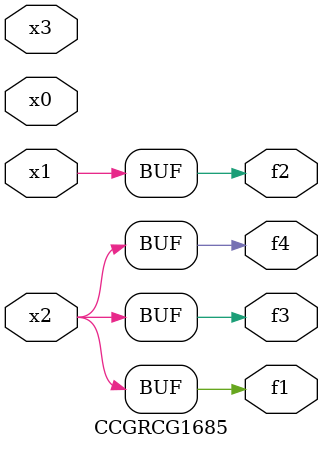
<source format=v>
module CCGRCG1685(
	input x0, x1, x2, x3,
	output f1, f2, f3, f4
);
	assign f1 = x2;
	assign f2 = x1;
	assign f3 = x2;
	assign f4 = x2;
endmodule

</source>
